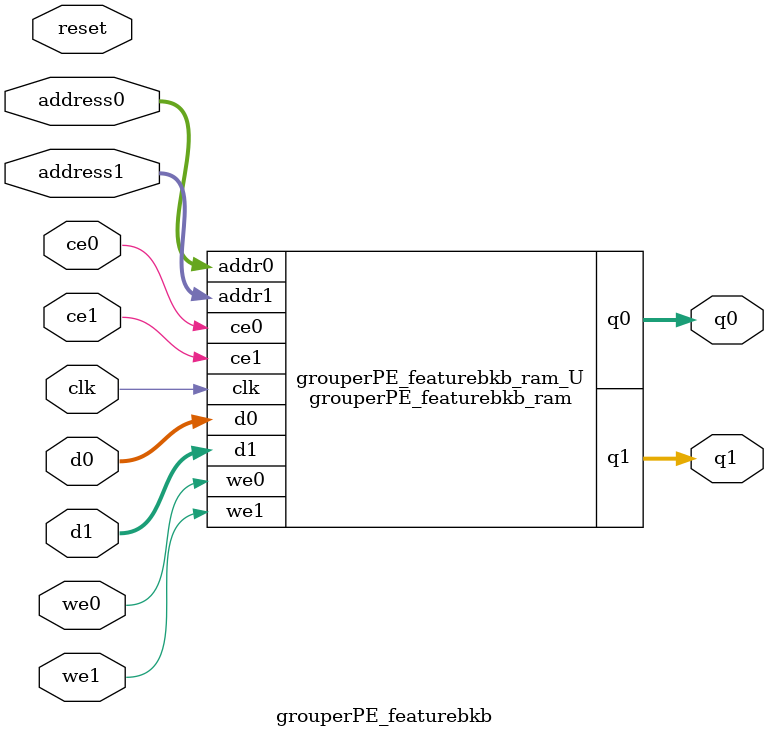
<source format=v>

`timescale 1 ns / 1 ps
module grouperPE_featurebkb_ram (addr0, ce0, d0, we0, q0, addr1, ce1, d1, we1, q1,  clk);

parameter DWIDTH = 8;
parameter AWIDTH = 12;
parameter MEM_SIZE = 4096;

input[AWIDTH-1:0] addr0;
input ce0;
input[DWIDTH-1:0] d0;
input we0;
output reg[DWIDTH-1:0] q0;
input[AWIDTH-1:0] addr1;
input ce1;
input[DWIDTH-1:0] d1;
input we1;
output reg[DWIDTH-1:0] q1;
input clk;

(* ram_style = "block" *)reg [DWIDTH-1:0] ram[0:MEM_SIZE-1];




always @(posedge clk)  
begin 
    if (ce0) 
    begin
        if (we0) 
        begin 
            ram[addr0] <= d0; 
            q0 <= d0;
        end 
        else 
            q0 <= ram[addr0];
    end
end


always @(posedge clk)  
begin 
    if (ce1) 
    begin
        if (we1) 
        begin 
            ram[addr1] <= d1; 
            q1 <= d1;
        end 
        else 
            q1 <= ram[addr1];
    end
end


endmodule


`timescale 1 ns / 1 ps
module grouperPE_featurebkb(
    reset,
    clk,
    address0,
    ce0,
    we0,
    d0,
    q0,
    address1,
    ce1,
    we1,
    d1,
    q1);

parameter DataWidth = 32'd8;
parameter AddressRange = 32'd4096;
parameter AddressWidth = 32'd12;
input reset;
input clk;
input[AddressWidth - 1:0] address0;
input ce0;
input we0;
input[DataWidth - 1:0] d0;
output[DataWidth - 1:0] q0;
input[AddressWidth - 1:0] address1;
input ce1;
input we1;
input[DataWidth - 1:0] d1;
output[DataWidth - 1:0] q1;



grouperPE_featurebkb_ram grouperPE_featurebkb_ram_U(
    .clk( clk ),
    .addr0( address0 ),
    .ce0( ce0 ),
    .we0( we0 ),
    .d0( d0 ),
    .q0( q0 ),
    .addr1( address1 ),
    .ce1( ce1 ),
    .we1( we1 ),
    .d1( d1 ),
    .q1( q1 ));

endmodule


</source>
